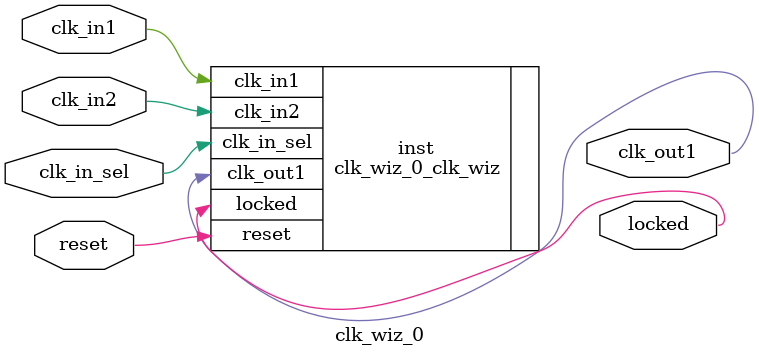
<source format=v>


`timescale 1ps/1ps

(* CORE_GENERATION_INFO = "clk_wiz_0,clk_wiz_v6_0_10_0_0,{component_name=clk_wiz_0,use_phase_alignment=true,use_min_o_jitter=false,use_max_i_jitter=false,use_dyn_phase_shift=false,use_inclk_switchover=true,use_dyn_reconfig=false,enable_axi=0,feedback_source=FDBK_AUTO,PRIMITIVE=MMCM,num_out_clk=1,clkin1_period=10.000,clkin2_period=16.666,use_power_down=false,use_reset=true,use_locked=true,use_inclk_stopped=false,feedback_type=SINGLE,CLOCK_MGR_TYPE=NA,manual_override=false}" *)

module clk_wiz_0 
 (
  input         clk_in2,
  input         clk_in_sel,
  // Clock out ports
  output        clk_out1,
  // Status and control signals
  input         reset,
  output        locked,
 // Clock in ports
  input         clk_in1
 );

  clk_wiz_0_clk_wiz inst
  (
  .clk_in2(clk_in2),
  .clk_in_sel(clk_in_sel),
  // Clock out ports  
  .clk_out1(clk_out1),
  // Status and control signals               
  .reset(reset), 
  .locked(locked),
 // Clock in ports
  .clk_in1(clk_in1)
  );

endmodule

</source>
